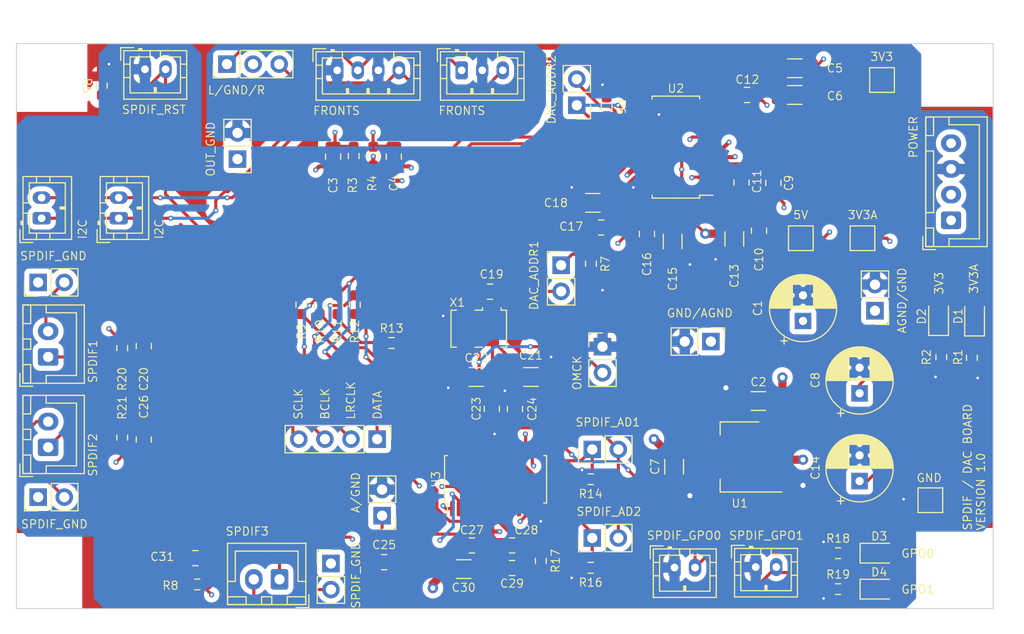
<source format=kicad_pcb>
(kicad_pcb (version 20221018) (generator pcbnew)
  (layers (0 "F.Cu" signal) (1 "In1.Cu" signal) (2 "In2.Cu" signal) (31 "B.Cu" signal) (34 "B.Paste" user) (35 "F.Paste" user) (36 "B.SilkS" user "B.Silkscreen") (37 "F.SilkS" user "F.Silkscreen") (38 "B.Mask" user) (39 "F.Mask" user) (44 "Edge.Cuts" user))
  (net 0 "")
  (net 1 "AGND")
  (net 6 "GND")
  (net 7 "I2S_DATA")
  (net 8 "I2S_LRCLK")
  (net 9 "I2S_BCLK")
  (net 10 "I2S_SCLK")
  (net 11 "SCL")
  (net 12 "SDA")
  (net 13 "3V3")
  (net 14 "SPDIF3_IN")
  (net 15 "SPDIF3_GND")
  (net 16 "3V3A")
  (net 17 "RESET")
  (net 18 "SPDIF1_IN")
  (net 19 "SPDIF1_GND")
  (net 20 "SPDIF2_IN")
  (net 21 "SPDIF2_GND")
  (net 22 "5V")
  (net 23 "GPO0")
  (net 24 "OMCK")
  (net 25 "OUTL")
  (net 26 "OUTR")
  (net 27 "Net-(U2-OUTR)")
  (net 28 "Net-(U2-OUTL)")
  (net 29 "Net-(U2-VCOM{slash}DEMP)")
  (net 30 "Net-(U2-CAPP)")
  (net 31 "Net-(U2-CAPM)")
  (net 32 "Net-(U2-VNEG)")
  (net 33 "Net-(U2-LDOO)")
  (net 34 "AGND_OUT")
  (net 35 "Net-(D1-K)")
  (net 36 "Net-(D2-K)")
  (net 37 "Net-(D3-K)")
  (net 38 "Net-(D4-K)")
  (net 39 "GPO1")
  (net 40 "Net-(U3-RXP0)")
  (net 41 "Net-(U3-RXN)")
  (net 42 "Net-(U3-RXP1)")
  (net 43 "Net-(U3-FILT)")
  (net 44 "Net-(C29-Pad2)")
  (net 46 "Net-(J11-Pin_1)")
  (net 47 "Net-(J12-Pin_1)")
  (net 48 "Net-(J15-Pin_1)")
  (net 49 "Net-(J18-Pin_1)")
  (net 50 "Net-(U3-RMCK)")
  (net 51 "Net-(U3-OSCLK)")
  (net 52 "Net-(U3-SDOUT)")
  (net 53 "Net-(U3-OLRCK)")
  (net 54 "Net-(U3-RXP2)")
  (footprint "Connector_PinHeader_2.54mm:PinHeader_1x02_P2.54mm_Vertical" (layer "F.Cu") (at 107.513748 116.755 180)
    (fp_text reference "J11" hide)
    (fp_text value "Conn_01x02_Pin")
  )
  (footprint "Capacitor_SMD:C_1206_3216Metric_Pad1.33x1.80mm_HandSolder" (layer "F.Cu") (at 109.076248 126.255 180)
    (fp_text reference "C18")
    (fp_text value "10u")
  )
  (footprint "LED_SMD:LED_0805_2012Metric_Pad1.15x1.40mm_HandSolder" (layer "F.Cu") (at 136.926248 160.355)
    (fp_text reference "D3")
    (fp_text value "BLUE")
  )
  (footprint "Connector_PinHeader_2.54mm:PinHeader_1x04_P2.54mm_Vertical" (layer "F.Cu") (at 88.093748 149.255 -90)
    (fp_text reference "J14" hide)
    (fp_text value "Conn_01x04_Pin")
  )
  (footprint "Capacitor_SMD:C_1206_3216Metric_Pad1.33x1.80mm_HandSolder" (layer "F.Cu") (at 122.833748 129.768748 -90)
    (fp_text reference "C13")
    (fp_text value "10u")
  )
  (footprint "Resistor_SMD:R_0603_1608Metric_Pad0.98x0.95mm_HandSolder" (layer "F.Cu") (at 142.965 141.283334 90)
    (fp_text reference "R2")
    (fp_text value "330R")
  )
  (footprint "Capacitor_SMD:C_1206_3216Metric_Pad1.33x1.80mm_HandSolder" (layer "F.Cu") (at 103.046248 143.205 180)
    (fp_text reference "C21")
    (fp_text value "10u")
  )
  (footprint "Connector_PinHeader_2.54mm:PinHeader_1x02_P2.54mm_Vertical" (layer "F.Cu") (at 110.013748 140.255)
    (fp_text reference "J13" hide)
    (fp_text value "Conn_01x02_Pin")
  )
  (footprint "Connector_PinHeader_2.54mm:PinHeader_1x03_P2.54mm_Vertical" (layer "F.Cu") (at 73.488748 112.755 90)
    (fp_text reference "J4" hide)
    (fp_text value "Conn_01x03_Pin")
  )
  (footprint "Capacitor_THT:CP_Radial_D6.3mm_P2.50mm" (layer "F.Cu") (at 135.013748 153.337379 90)
    (fp_text reference "C14")
    (fp_text value "220u")
  )
  (footprint "Capacitor_SMD:C_1206_3216Metric_Pad1.33x1.80mm_HandSolder" (layer "F.Cu") (at 97.746248 143.205)
    (fp_text reference "C22")
    (fp_text value "10u")
  )
  (footprint "Capacitor_SMD:C_1206_3216Metric_Pad1.33x1.80mm_HandSolder" (layer "F.Cu") (at 116.979036 151.944843 90)
    (fp_text reference "C7")
    (fp_text value "10u" hide)
  )
  (footprint "Capacitor_SMD:C_1206_3216Metric_Pad1.33x1.80mm_HandSolder" (layer "F.Cu") (at 125.179036 145.544843)
    (fp_text reference "C2")
    (fp_text value "10u")
  )
  (footprint "Connector_JST:JST_XH_B4B-XH-A_1x04_P2.50mm_Vertical" (layer "F.Cu") (at 143.913748 127.955 90)
    (fp_text reference "J6" hide)
    (fp_text value "CHANSEL" hide)
  )
  (footprint "Package_SO:TSSOP-28_4.4x9.7mm_P0.65mm" (layer "F.Cu") (at 99.61205 153.16811 90)
    (fp_text reference "U3")
    (fp_text value "CS8416-xZZ")
  )
  (footprint "Resistor_SMD:R_0603_1608Metric_Pad0.98x0.95mm_HandSolder" (layer "F.Cu") (at 110.413748 116.915 90)
    (fp_text reference "R6")
    (fp_text value "4.7K")
  )
  (footprint "Resistor_SMD:R_0603_1608Metric_Pad0.98x0.95mm_HandSolder" (layer "F.Cu") (at 85.813748 121.705 90)
    (fp_text reference "R3")
    (fp_text value "470R")
  )
  (footprint "Resistor_SMD:R_0603_1608Metric_Pad0.98x0.95mm_HandSolder" (layer "F.Cu") (at 108.863748 161.78 180)
    (fp_text reference "R16")
    (fp_text value "47K")
  )
  (footprint "Package_TO_SOT_SMD:SOT-223-3_TabPin2" (layer "F.Cu") (at 123.365288 150.989843 180)
    (fp_text reference "U1")
    (fp_text value "ZLDO1117QG33TA")
  )
  (footprint "Capacitor_SMD:C_1206_3216Metric_Pad1.33x1.80mm_HandSolder" (layer "F.Cu") (at 128.713748 113.155 180)
    (fp_text reference "C5")
    (fp_text value "10u")
  )
  (footprint "Capacitor_SMD:C_0805_2012Metric_Pad1.18x1.45mm_HandSolder" (layer "F.Cu") (at 70.4175 160.84)
    (fp_text reference "C31")
    (fp_text value "0.01u")
  )
  (footprint "LED_SMD:LED_0805_2012Metric_Pad1.15x1.40mm_HandSolder" (layer "F.Cu") (at 146.2 137.35 90)
    (fp_text reference "D1")
    (fp_text value "BLUE")
  )
  (footprint "Capacitor_SMD:C_0805_2012Metric_Pad1.18x1.45mm_HandSolder" (layer "F.Cu") (at 101.213748 161.805)
    (fp_text reference "C29")
    (fp_text value "22n C0G")
  )
  (footprint "Resistor_SMD:R_0603_1608Metric_Pad0.98x0.95mm_HandSolder" (layer "F.Cu") (at 145.935 141.333333 90)
    (fp_text reference "R1")
    (fp_text value "75R")
  )
  (footprint "Resistor_SMD:R_0603_1608Metric_Pad0.98x0.95mm_HandSolder" (layer "F.Cu") (at 80.723748 136.1675 90)
    (fp_text reference "R9")
    (fp_text value "22R")
  )
  (footprint "Connector_JST:JST_PH_B4B-PH-K_1x04_P2.00mm_Vertical" (layer "F.Cu") (at 84.213748 113.355)
    (fp_text reference "J1" hide)
    (fp_text value "Conn_01x04_Pin")
  )
  (footprint "Package_SO:TSSOP-28_4.4x9.7mm_P0.65mm" (layer "F.Cu") (at 117.151248 120.83 180)
    (fp_text reference "U2")
    (fp_text value "PCM5142PWR")
  )
  (footprint "Resistor_SMD:R_0603_1608Metric_Pad0.98x0.95mm_HandSolder" (layer "F.Cu") (at 89.5 139.9)
    (fp_text reference "R13")
    (fp_text value "47K")
  )
  (footprint "Resistor_SMD:R_0603_1608Metric_Pad0.98x0.95mm_HandSolder" (layer "F.Cu") (at 85.923748 136.1675 90)
    (fp_text reference "R12")
    (fp_text value "22R")
  )
  (footprint "Connector_PinHeader_2.54mm:PinHeader_1x02_P2.54mm_Vertical" (layer "F.Cu") (at 74.513748 121.995 180)
    (fp_text reference "J3" hide)
    (fp_text value "Conn_01x02_Pin")
  )
  (footprint "Resistor_SMD:R_0603_1608Metric_Pad0.98x0.95mm_HandSolder" (layer "F.Cu") (at 61.313748 114.855 90)
    (fp_text reference "R5")
    (fp_text value "4.7K")
  )
  (footprint "Resistor_SMD:R_0603_1608Metric_Pad0.98x0.95mm_HandSolder" (layer "F.Cu") (at 63.3 149.1 90)
    (fp_text reference "R21")
    (fp_text value "75R")
  )
  (footprint "Connector_JST:JST_XH_B2B-XH-A_1x02_P2.50mm_Vertical" (layer "F.Cu") (at 56.1 141.255 90)
    (fp_text reference "J16" hide)
    (fp_text value "Conn_01x02_Pin" hide)
  )
  (footprint "Capacitor_SMD:C_0805_2012Metric" (layer "F.Cu") (at 123.533748 124.268748 90)
    (fp_text reference "C11")
    (fp_text value "2.2u 25V")
  )
  (footprint "MountingHole:MountingHole_3.2mm_M3" (layer "F.Cu") (at 145.513748 113.255)
    (fp_text reference "H2" hide)
    (fp_text value "MountingHole" hide)
  )
  (footprint "Connector_PinHeader_2.54mm:PinHeader_1x02_P2.54mm_Vertical" (layer "F.Cu") (at 136.513748 136.755 180)
    (fp_text reference "J8" hide)
    (fp_text value "Conn_01x02_Pin")
  )
  (footprint "Capacitor_SMD:C_0805_2012Metric" (layer "F.Cu") (at 114.333748 129.281248 90)
    (fp_text reference "C16")
    (fp_text value "0.01u")
  )
  (footprint "Resistor_SMD:R_0603_1608Metric_Pad0.98x0.95mm_HandSolder" (layer "F.Cu") (at 132.926248 160.355)
    (fp_text reference "R18")
    (fp_text value "75R")
  )
  (footprint "TestPoint:TestPoint_Pad_2.0x2.0mm" (layer "F.Cu") (at 129.3 129.7)
    (fp_text reference "TP2" hide)
    (fp_text value "TestPoint")
  )
  (footprint "Capacitor_SMD:C_0805_2012Metric" (layer "F.Cu") (at 124.063748 115.755 180)
    (fp_text reference "C12")
    (fp_text value "0.01u")
  )
  (footprint "Connector_PinHeader_2.54mm:PinHeader_1x02_P2.54mm_Vertical" (layer "F.Cu") (at 88.576248 156.705 180)
    (fp_text reference "J17" hide)
    (fp_text value "Conn_01x02_Pin")
  )
  (footprint "TestPoint:TestPoint_Pad_2.0x2.0mm" (layer "F.Cu") (at 141.9 155.2)
    (fp_text reference "TP4" hide)
    (fp_text value "TestPoint")
  )
  (footprint "Capacitor_SMD:C_0805_2012Metric" (layer "F.Cu") (at 126.633748 124.318748 90)
    (fp_text reference "C9")
    (fp_text value "2.2u 25V")
  )
  (footprint "Connector_PinHeader_2.54mm:PinHeader_1x02_P2.54mm_Vertical" (layer "F.Cu") (at 109.013748 158.88 90)
    (fp_text reference "J18" hide)
    (fp_text value "Conn_01x02_Pin")
  )
  (footprint "Resistor_SMD:R_0603_1608Metric_Pad0.98x0.95mm_HandSolder" (layer "F.Cu") (at 108.863748 153.155 180)
    (fp_text reference "R14")
    (fp_text value "47K")
  )
  (footprint "Resistor_SMD:R_0603_1608Metric_Pad0.98x0.95mm_HandSolder" (layer "F.Cu") (at 82.513748 136.1675 90)
    (fp_text reference "R10")
    (fp_text value "22R")
  )
  (footprint "Connector_JST:JST_XH_B2B-XH-A_1x02_P2.50mm_Vertical" (layer "F.Cu") (at 78.6 162.9 180)
    (fp_text reference "J24" hide)
    (fp_text value "Conn_01x02_Pin")
  )
  (footprint "Resistor_SMD:R_0603_1608Metric_Pad0.98x0.95mm_HandSolder" (layer "F.Cu") (at 132.926248 163.855)
    (fp_text reference "R19")
    (fp_text value "330R")
  )
  (footprint "Capacitor_SMD:C_1206_3216Metric_Pad1.33x1.80mm_HandSolder" (layer "F.Cu") (at 96.513748 161.905)
    (fp_text reference "C30")
    (fp_text value "10u")
  )
  (footprint "Connector_JST:JST_PH_B2B-PH-K_1x02_P2.00mm_Vertical" (layer "F.Cu") (at 55.463748 127.755 90)
    (fp_text reference "J7" hide)
    (fp_text value "Conn_01x02_Male")
  )
  (footprint "Capacitor_SMD:C_0805_2012Metric" (layer "F.Cu") (at 101.4958 146.31811 -90)
    (fp_text reference "C24")
    (fp_text value "0.01u")
  )
  (footprint "Capacitor_SMD:C_0805_2012Metric" (layer "F.Cu") (at 99.246248 146.305 -90)
    (fp_text reference "C23")
    (fp_text value "0.01u")
  )
  (footprint "TestPoint:TestPoint_Pad_2.0x2.0mm" (layer "F.Cu") (at 137.2 114.3)
    (fp_text reference "TP1" hide)
    (fp_text value "TestPoint")
  )
  (footprint "Capacitor_SMD:C_0805_2012Metric_Pad1.18x1.45mm_HandSolder" (layer "F.Cu") (at 101.213748 159.605)
    (fp_text reference "C28")
    (fp_text value "1n C0G")
  )
  (footprint "Capacitor_SMD:C_0805_2012Metric" (layer "F.Cu") (at 83.813748 121.755 90)
    (fp_text reference "C3")
    (fp_text value "2.2n C0G 50V")
  )
  (footprint "Connector_PinHeader_2.54mm:PinHeader_1x02_P2.54mm_Vertical" (layer "F.Cu") (at 109.013748 150.255 90)
    (fp_text reference "J15" hide)
    (fp_text value "Conn_01x02_Pin")
  )
  (footprint "Resistor_SMD:R_0603_1608Metric_Pad0.98x0.95mm_HandSolder" (layer "F.Cu") (at 104.013748 161.105 -90)
    (fp_text reference "R17")
    (fp_text value "3K")
  )
  (footprint "Capacitor_SMD:C_0805_2012Metric_Pad1.18x1.45mm_HandSolder" (layer "F.Cu") (at 88.776248 161.23)
    (fp_text reference "C25")
    (fp_text value "0.01u")
  )
  (footprint "Resistor_SMD:R_0603_1608Metric_Pad0.98x0.95mm_HandSolder" (layer "F.Cu") (at 84.223748 136.1675 90)
    (fp_text reference "R11")
    (fp_text value "22R")
  )
  (footprint "Capacitor_SMD:C_1206_3216Metric_Pad1.33x1.80mm_HandSolder" (layer "F.Cu") (at 128.713748 115.755 180)
    (fp_text reference "C6")
    (fp_text value "10u")
  )
  (footprint "Capacitor_SMD:C_0805_2012Metric" (layer "F.Cu") (at 97.313748 159.605 180)
    (fp_text reference "C27")
    (fp_text value "0.01u")
  )
  (footprint "LED_SMD:LED_0805_2012Metric_Pad1.15x1.40mm_HandSolder" (layer "F.Cu") (at 136.926248 163.855)
    (fp_text reference "D4")
    (fp_text value "YELLOW")
  )
  (footprint "Capacitor_SMD:C_0805_2012Metric" (layer "F.Cu") (at 109.876248 128.655)
    (fp_text reference "C17")
    (fp_text value "0.01u")
  )
  (footprint "Connector_PinHeader_2.54mm:PinHeader_1x02_P2.54mm_Vertical" (layer "F.Cu") (at 105.988748 132.33)
    (fp_text reference "J12" hide)
    (fp_text value "Conn_01x02_Pin")
  )
  (footprint "Connector_PinHeader_2.54mm:PinHeader_1x02_P2.54mm_Vertical" (layer "F.Cu") (at 120.553748 139.755 -90)
    (fp_text reference "J9" hide)
    (fp_text value "Conn_01x02_Pin")
  )
  (footprint "Resistor_SMD:R_0603_1608Metric_Pad0.98x0.95mm_HandSolder" (layer "F.Cu") (at 63.3 140.4 90)
    (fp_text reference "R20")
    (fp_text value "75R")
  )
  (footprint "Capacitor_THT:CP_Radial_D6.3mm_P2.50mm" (layer "F.Cu") (at 135.013748 144.796189 90)
    (fp_text reference "C8")
    (fp_text value "220u")
  )
  (footprint "LED_SMD:LED_0805_2012Metric_Pad1.15x1.40mm_HandSolder" (layer "F.Cu") (at 142.7 137.3 90)
    (fp_text reference "D2")
    (fp_text value "YELLOW")
  )
  (footprint "Connector_JST:JST_XH_B2B-XH-A_1x02_P2.50mm_Vertical" (layer "F.Cu") (at 56.1 150.05 90)
    (fp_text reference "J20" hide)
    (fp_text value "Conn_01x02_Pin" hide)
  )
  (footprint "Connector_JST:JST_PH_B2B-PH-K_1x02_P2.00mm_Vertical" (layer "F.Cu") (at 124.913748 161.705)
    (fp_text reference "J22" hide)
    (fp_text value "Conn_01x02_Male")
  )
  (footprint "Connector_JST:JST_PH_B2B-PH-K_1x02_P2.00mm_Vertical" (layer "F.Cu") (at 65.513748 113.255)
    (fp_text reference "J10" hide)
    (fp_text value "Conn_01x02_Male")
  )
  (footprint "Capacitor_THT:CP_Radial_D6.3mm_P2.50mm" (layer "F.Cu") (at 129.513748 137.755 90)
    (fp_text reference "C1")
    (fp_text value "220u")
  )
  (footprint "Capacitor_SMD:C_0805_2012Metric" (layer "F.Cu") (at 125.233748 128.968748 90)
    (fp_text reference "C10")
    (fp_text value "0.01u")
  )
  (footprint "Capacitor_SMD:C_0805_2012Metric_Pad1.18x1.45mm_HandSolder" (layer "F.Cu") (at 65.4 149.3 -90)
    (fp_text reference "C26")
    (fp_text value "0.01u")
  )
  (footprint "Capacitor_SMD:C_1206_3216Metric_Pad1.33x1.80mm_HandSolder" (layer "F.Cu") (at 116.833748 130.018748 -90)
    (fp_text reference "C15")
    (fp_text value "10u")
  )
  (footprint "Oscillator:Oscillator_SMD_EuroQuartz_XO53-4Pin_5.0x3.2mm" (layer "F.Cu") (at 97.976248 138.505 180)
    (fp_text reference "X1")
    (fp_text value "DFA-S3")
  )
  (footprint "Capacitor_SMD:C_0805_2012Metric" (layer "F.Cu") (at 99.076248 134.905 180)
    (fp_text reference "C19")
    (fp_text value "0.01u")
  )
  (footprint "Resistor_SMD:R_0603_1608Metric_Pad0.98x0.95mm_HandSolder" (layer "F.Cu") (at 87.713748 121.705 90)
    (fp_text reference "R4")
    (fp_text value "470R")
  )
  (footprint "MountingHole:MountingHole_3.2mm_M3" (layer "F.Cu") (at 55.513748 113.255)
    (fp_text reference "H1" hide)
    (fp_text value "MountingHole" hide)
  )
  (footprint "Connector_PinHeader_2.54mm:PinHeader_1x02_P2.54mm_Vertical" (layer "F.Cu") (at 55.125 154.9 90)
    (fp_text reference "J23" hide)
    (fp_text value "Conn_01x02_Pin")
  )
  (footprint "Connector_PinHeader_2.54mm:PinHeader_1x02_P2.54mm_Vertical" (layer "F.Cu") (at 83.6 161.36)
    (fp_text reference "J25" hide)
    (fp_text value "Conn_01x02_Pin")
  )
  (footprint "Resistor_SMD:R_0603_1608Metric_Pad0.98x0.95mm_HandSolder" (layer "F.Cu") (at 70.6 163.4)
    (fp_text reference "R8")
    (fp_text value "75R")
  )
  (footprint "Connector_PinHeader_2.54mm:PinHeader_1x02_P2.54mm_Vertical" (layer "F.Cu") (at 55.125 134 90)
    (fp_text reference "J19" hide)
    (fp_text value "Conn_01x02_Pin")
  )
  (footprint "Resistor_SMD:R_0603_1608Metric_Pad0.98x0.95mm_HandSolder" (layer "F.Cu") (at 108.888748 132.1825 -90)
    (fp_text reference "R7")
    (fp_text value "4.7K")
  )
  (footprint "Connector_JST:JST_PH_B3B-PH-K_1x03_P2.00mm_Vertical" (layer "F.Cu") (at 96.313748 113.355)
    (fp_text reference "J2" hide)
    (fp_text value "Conn_01x03_Pin")
  )
  (footprint "Connector_JST:JST_PH_B2B-PH-K_1x02_P2.00mm_Vertical" (layer "F.Cu") (at 62.963748 127.755 90)
    (fp_text reference "J5" hide)
    (fp_text value "Conn_01x02_Male" hide)
  )
  (footprint "TestPoint:TestPoint_Pad_2.0x2.0mm" (layer "F.Cu") (at 135.3 129.7)
    (fp_text reference "TP3" hide)
    (fp_text value "TestPoint")
  )
  (footprint "Connector_JST:JST_PH_B2B-PH-K_1x02_P2.00mm_Vertical" (layer "F.Cu") (at 117.013748 161.755)
    (fp_text reference "J21" hide)
    (fp_text value "Conn_01x02_Male")
  )
  (footprint "Capacitor_SMD:C_0805_2012Metric" (layer "F.Cu") (at 89.713748 121.755 90)
    (fp_text reference "C4")
    (fp_text value "2.2n C0G 50V")
  )
  (footprint "Capacitor_SMD:C_0805_2012Metric_Pad1.18x1.45mm_HandSolder" (layer "F.Cu") (at 65.4 140.2 90)
    (fp_text reference "C20")
    (fp_text value "0.01u")
  )
  (footprint "MountingHole:MountingHole_3.2mm_M3" (layer "F.Cu") (at 145.513748 163.255)
    (fp_text reference "H4" hide)
    (fp_text value "MountingHole" hide)
  )
  (footprint "MountingHole:MountingHole_3.2mm_M3" (layer "F.Cu") (at 55.513748 163.255)
    (fp_text reference "H3" hide)
    (fp_text value "MountingHole" hide)
  )
  (gr_line (start 53.013748 110.755) (end 148.013748 110.755) (stroke (width 0.1)) (layer "Edge.Cuts"))
  (gr_line (start 148.013748 110.755) (end 148.013748 165.755) (stroke (width 0.1)) (layer "Edge.Cuts"))
  (gr_line (start 53.013748 165.755) (end 148.013748 165.755) (stroke (width 0.1)) (layer "Edge.Cuts"))
  (gr_line (start 53.013748 165.755) (end 53.013748 110.755) (stroke (width 0.1)) (layer "Edge.Cuts"))
  (gr_text "AGND/GND" (at 139.613748 139.03 90) (layer "F.SilkS") (effects (font (size 0.8 0.8) (thickness 0.1) bold) (justify left bottom)))
  (gr_text "3V3A" (at 133.8 127.9) (layer "F.SilkS") (effects (font (size 0.8 0.8) (thickness 0.1) bold) (justify left bottom)))
  (gr_text "DAC_ADDR2" (at 105.513748 118.655 90) (layer "F.SilkS") (effects (font (size 0.8 0.8) (thickness 0.1) bold) (justify left bottom)))
  (gr_text "A/GND" (at 86.476248 156.5 90) (layer "F.SilkS") (effects (font (size 0.8 0.8) (thickness 0.1) bold) (justify left bottom)))
  (gr_text "SPDIF_AD2" (at 107.426248 156.78) (layer "F.SilkS") (effects (font (size 0.8 0.8) (thickness 0.1) bold) (justify left bottom)))
  (gr_text "SPDIF_GPO0" (at 114.263748 159.105) (layer "F.SilkS") (effects (font (size 0.8 0.8) (thickness 0.1) bold) (justify left bottom)))
  (gr_text "LRCLK" (at 86 147.4 90) (layer "F.SilkS") (effects (font (size 0.8 0.8) (thickness 0.1) bold) (justify left bottom)))
  (gr_text "SPDIF1" (at 60.913748 143.855 90) (layer "F.SilkS") (effects (font (size 0.8 0.8) (thickness 0.1) bold) (justify left bottom)))
  (gr_text "SPDIF_GPO1" (at 122.263748 159.105) (layer "F.SilkS") (effects (font (size 0.8 0.8) (thickness 0.1) bold) (justify left bottom)))
  (gr_text "SPDIF_AD1" (at 107.326248 148.08) (layer "F.SilkS") (effects (font (size 0.8 0.8) (thickness 0.1) bold) (justify left bottom)))
  (gr_text "GND" (at 140.5 153.5) (layer "F.SilkS") (effects (font (size 0.8 0.8) (thickness 0.1) bold) (justify left bottom)))
  (gr_text "SPDIF / DAC BOARD\nVERSION 1.0" (at 147.278748 158.2 90) (layer "F.SilkS") (effects (font (size 0.8 0.8) (thickness 0.1) bold) (justify left bottom)))
  (gr_text "SPDIF_GND" (at 86.5 165.8 90) (layer "F.SilkS") (effects (font (size 0.8 0.8) (thickness 0.1) bold) (justify left bottom)))
  (gr_text "FRONTS\n" (at 94.013748 117.755) (layer "F.SilkS") (effects (font (size 0.8 0.8) (thickness 0.1) bold) (justify left bottom)))
  (gr_text "L/GND/R" (at 71.568748 115.755) (layer "F.SilkS") (effects (font (size 0.8 0.8) (thickness 0.1) bold) (justify left bottom)))
  (gr_text "3V3" (at 143.215 135.255 90) (layer "F.SilkS") (effects (font (size 0.8 0.8) (thickness 0.1) bold) (justify left bottom)))
  (gr_text "SCLK\n" (at 80.9 147.4 90) (layer "F.SilkS") (effects (font (size 0.8 0.8) (thickness 0.1) bold) (justify left bottom)))
  (gr_text "SPDIF_RST" (at 63.213748 117.655) (layer "F.SilkS") (effects (font (size 0.8 0.8) (thickness 0.1) bold) (justify left bottom)))
  (gr_text "GND/AGND" (at 116.213748 137.455) (layer "F.SilkS") (effects (font (size 0.8 0.8) (thickness 0.1) bold) (justify left bottom)))
  (gr_text "5V" (at 128.5 127.9) (layer "F.SilkS") (effects (font (size 0.8 0.8) (thickness 0.1) bold) (justify left bottom)))
  (gr_text "GPO0\n" (at 139.013748 160.855) (layer "F.SilkS") (effects (font (size 0.8 0.8) (thickness 0.1) bold) (justify left bottom)))
  (gr_text "DAC_ADDR1" (at 103.813748 136.755 90) (layer "F.SilkS") (effects (font (size 0.8 0.8) (thickness 0.1) bold) (justify left bottom)))
  (gr_text "OMCK" (at 108.013748 144.545 90) (layer "F.SilkS") (effects (font (size 0.8 0.8) (thickness 0.1) bold) (justify left bottom)))
  (gr_text "SPDIF_GND" (at 53.3 131.9) (layer "F.SilkS") (effects (font (size 0.8 0.8) (thickness 0.1) bold) (justify left bottom)))
  (gr_text "3V3" (at 136 112.5) (layer "F.SilkS") (effects (font (size 0.8 0.8) (thickness 0.1) bold) (justify left bottom)))
  (gr_text "SPDIF_GND" (at 53.4 158) (layer "F.SilkS") (effects (font (size 0.8 0.8) (thickness 0.1) bold) (justify left bottom)))
  (gr_text "DATA" (at 88.6 147.4 90) (layer "F.SilkS") (effects (font (size 0.8 0.8) (thickness 0.1) bold) (justify left bottom)))
  (gr_text "OUT_GND" (at 72.363748 123.755 90) (layer "F.SilkS") (effects (font (size 0.8 0.8) (thickness 0.1) bold) (justify left bottom)))
  (gr_text "FRONTS" (at 81.813748 117.755) (layer "F.SilkS") (effects (font (size 0.8 0.8) (thickness 0.1) bold) (justify left bottom)))
  (gr_text "GPO1\n" (at 139.013748 164.355) (layer "F.SilkS") (effects (font (size 0.8 0.8) (thickness 0.1) bold) (justify left bottom)))
  (gr_text "BCLK" (at 83.5 147.4 90) (layer "F.SilkS") (effects (font (size 0.8 0.8) (thickness 0.1) bold) (justify left bottom)))
  (gr_text "SPDIF2" (at 60.913748 152.95 90) (layer "F.SilkS") (effects (font (size 0.8 0.8) (thickness 0.1) bold) (justify left bottom)))
  (gr_text "POWER" (at 140.713748 121.955 90) (layer "F.SilkS") (effects (font (size 0.8 0.8) (thickness 0.1) bold) (justify left bottom)))
  (gr_text "I2C" (at 67.363748 129.855 90) (layer "F.SilkS") (effects (font (size 0.8 0.8) (thickness 0.1) bold) (justify left bottom)))
  (gr_text "SPDIF3" (at 73.3 158.7) (layer "F.SilkS") (effects (font (size 0.8 0.8) (thickness 0.1) bold) (justify left bottom)))
  (gr_text "3V3A" (at 146.6 135.175 90) (layer "F.SilkS") (effects (font (size 0.8 0.8) (thickness 0.1) bold) (justify left bottom)))
  (gr_text "I2C" (at 59.913748 129.855 90) (layer "F.SilkS") (effects (font (size 0.8 0.8) (thickness 0.1) bold) (justify left bottom)))
  (segment (start 130.276248 115.755) (end 130.276248 113.155) (width 0.3) (layer "F.Cu") (net 1))
  (segment (start 83.813748 122.705) (end 82.463748 122.705) (width 0.4) (layer "F.Cu") (net 1))
  (segment (start 95.38705 156.01811) (end 94.776858 156.01811) (width 0.3) (layer "F.Cu") (net 1))
  (segment (start 98.263748 159.605) (end 98.263748 161.7175) (width 0.4) (layer "F.Cu") (net 1))
  (segment (start 88.576248 156.705) (end 88.576248 160.3925) (width 0.3) (layer "F.Cu") (net 1))
  (segment (start 99.28705 158.581698) (end 98.263748 159.605) (width 0.4) (layer "F.Cu") (net 1))
  (segment (start 118.745 123.755) (end 118.7 123.8) (width 0.3) (layer "F.Cu") (net 1))
  (segment (start 130.613748 113.155) (end 131.513748 112.255) (width 0.3) (layer "F.Cu") (net 1))
  (segment (start 89.713748 122.705) (end 91.263748 122.705) (width 0.4) (layer "F.Cu") (net 1))
  (segment (start 63.3 150.9) (end 62.7 151.5) (width 0.3) (layer "F.Cu") (net 1))
  (segment (start 71.5125 163.4) (end 71.5125 163.9125) (width 0.3) (layer "F.Cu") (net 1))
  (segment (start 118.738748 119.855) (end 118.513748 120.08) (width 0.3) (layer "F.Cu") (net 1))
  (segment (start 91.263748 122.705) (end 91.413748 122.855) (width 0.4) (layer "F.Cu") (net 1))
  (segment (start 120.013748 119.855) (end 118.738748 119.855) (width 0.3) (layer "F.Cu") (net 1))
  (segment (start 126.633748 125.268748) (end 127.664949 126.299949) (width 0.3) (layer "F.Cu") (net 1))
  (segment (start 99.28705 156.01811) (end 99.28705 158.255) (width 0.4) (layer "F.Cu") (net 1))
  (segment (start 120.013748 123.755) (end 118.745 123.755) (width 0.3) (layer "F.Cu") (net 1))
  (segment (start 71.5125 163.9125) (end 72 164.4) (width 0.3) (layer "F.Cu") (net 1))
  (segment (start 127.664949 126.299949) (end 127.664949 126.709865) (width 0.3) (layer "F.Cu") (net 1))
  (segment (start 99.28705 158.255) (end 99.28705 158.581698) (width 0.4) (layer "F.Cu") (net 1))
  (segment (start 82.463748 122.705) (end 82.113748 123.055) (width 0.4) (layer "F.Cu") (net 1))
  (segment (start 63.3 150.0125) (end 63.3 150.9) (width 0.3) (layer "F.Cu") (net 1))
  (segment (start 102.53705 156.01811) (end 102.53705 156.731698) (width 0.3) (layer "F.Cu") (net 1))
  (segment (start 99.28705 158.715802) (end 100.176248 159.605) (width 0.4) (layer "F.Cu") (net 1))
  (segment (start 99.28705 158.255) (end 100.013748 158.255) (width 0.4) (layer "F.Cu") (net 1))
  (segment (start 103.18705 156.01811) (end 102.53705 156.01811) (width 0.3) (layer "F.Cu") (net 1))
  (segment (start 88.576248 160.3925) (end 87.738748 161.23) (width 0.3) (layer "F.Cu") (net 1))
  (segment (start 101.23705 156.01811) (end 101.88705 156.01811) (width 0.3) (layer "F.Cu") (net 1))
  (segment (start 102.53705 156.731698) (end 102.013748 157.255) (width 0.3) (layer "F.Cu") (net 1))
  (segment (start 62.9875 139.4875) (end 62 138.5) (width 0.3) (layer "F.Cu") (net 1))
  (segment (start 94.776858 156.01811) (end 94.50302 155.744272) (width 0.3) (layer "F.Cu") (net 1))
  (segment (start 100.176248 159.605) (end 100.176248 161.805) (width 0.4) (layer "F.Cu") (net 1))
  (segment (start 99.28705 158.255) (end 99.28705 158.715802) (width 0.4) (layer "F.Cu") (net 1))
  (segment (start 125.013748 115.755) (end 126.013748 116.755) (width 0.3) (layer "F.Cu") (net 1))
  (segment (start 101.88705 156.01811) (end 102.53705 156.01811) (width 0.3) (layer "F.Cu") (net 1))
  (via (at 126.013748 116.755) (size 0.5) (drill 0.25) (layers "F.Cu" "B.Cu") (net 1))
  (via (at 102.013748 157.255) (size 0.5) (drill 0.25) (layers "F.Cu" "B.Cu") (net 1))
  (via (at 82.113748 123.055) (size 0.5) (drill 0.25) (layers "F.Cu" "B.Cu") (net 1))
  (via (at 62.7 151.5) (size 0.5) (drill 0.25) (layers "F.Cu" "B.Cu") (net 1))
  (via (at 118.513748 120.08) (size 0.5) (drill 0.25) (layers "F.Cu" "B.Cu") (net 1))
  (via (at 127.664949 126.709865) (size 0.5) (drill 0.25) (layers "F.Cu" "B.Cu") (net 1))
  (via (at 91.413748 122.855) (size 0.5) (drill 0.25) (layers "F.Cu" "B.Cu") (net 1))
  (via (at 118.7 123.8) (size 0.5) (drill 0.25) (layers "F.Cu" "B.Cu") (net 1))
  (via (at 62 138.5) (size 0.5) (drill 0.25) (layers "F.Cu" "B.Cu") (net 1))
  (via (at 100.013748 158.255) (size 0.5) (drill 0.25) (layers "F.Cu" "B.Cu") (net 1))
  (via (at 131.513748 112.255) (size 0.5) (drill 0.25) (layers "F.Cu" "B.Cu") (net 1))
  (via (at 72 164.4) (size 0.5) (drill 0.25) (layers "F.Cu" "B.Cu") (net 1))
  (via (at 94.50302 155.744272) (size 0.5) (drill 0.25) (layers "F.Cu" "B.Cu") (net 1))
  (segment (start 103.83705 156.01811) (end 103.83705 157.078302) (width 0.3) (layer "F.Cu") (net 6))
  (segment (start 145.935 142.735) (end 146.5 143.3) (width 0.3) (layer "F.Cu") (net 6))
  (segment (start 139.4 155.2) (end 139.3 155.1) (width 0.3) (layer "F.Cu") (net 6))
  (segment (start 117.266091 153.507343) (end 118.513748 154.755) (width 0.8) (layer "F.Cu") (net 6))
  (segment (start 108.888748 133.095) (end 108.888748 133.63) (width 0.3) (layer "F.Cu") (net 6))
  (segment (start 99.28705 148.981698) (end 99.513748 148.755) (width 0.3) (layer "F.Cu") (net 6))
  (segment (start 117.839996 131.581248) (end 118.513748 132.255) (width 0.3) (layer "F.Cu") (net 6))
  (segment (start 107.951248 153.155) (end 107.951248 152.3175) (width 0.3) (layer "F.Cu") (net 6))
  (segment (start 113.363748 124.405) (end 113.013748 124.755) (width 0.3) (layer "F.Cu") (net 6))
  (segment (start 104.608748 141.66) (end 105.013748 141.255) (width 0.3) (layer "F.Cu") (net 6))
  (segment (start 99.246248 145.355) (end 100.513748 145.355) (width 0.3) (layer "F.Cu") (net 6))
  (segment (start 142.965 142.635) (end 142.4 143.2) (width 0.3) (layer "F.Cu") (net 6))
  (segment (start 125.233748 129.918748) (end 124.246248 129.918748) (width 0.3) (layer "F.Cu") (net 6))
  (segment (start 107.513748 125.255) (end 107.013748 124.755) (width 0.3) (layer "F.Cu") (net 6))
  (segment (start 132.013748 163.855) (end 132.013748 164.255) (width 0.3) (layer "F.Cu") (net 6))
  (segment (start 115.483748 130.231248) (end 116.833748 131.581248) (width 0.3) (layer "F.Cu") (net 6))
  (segment (start 115.244412 117.905) (end 115.494412 117.655) (width 0.3) (layer "F.Cu") (net 6))
  (segment (start 96.063748 143.205) (end 95.013748 144.255) (width 0.3) (layer "F.Cu") (net 6))
  (segment (start 99.28705 150.31811) (end 99.28705 148.981698) (width 0.3) (layer "F.Cu") (net 6))
  (segment (start 94.663748 137.405) (end 94.513748 137.255) (width 0.3) (layer "F.Cu") (net 6))
  (segment (start 122.833748 131.331248) (end 121.4375 131.331248) (width 0.3) (layer "F.Cu") (net 6))
  (segment (start 100.513748 145.355) (end 100.513748 144.555) (width 0.3) (layer "F.Cu") (net 6))
  (segment (start 132.013748 159.755) (end 131.513748 159.255) (width 0.3) (layer "F.Cu") (net 6))
  (segment (start 104.608748 143.205) (end 104.608748 141.66) (width 0.3) (layer "F.Cu") (net 6))
  (segment (start 100.513748 145.355) (end 101.48269 145.355) (width 0.3) (layer "F.Cu") (net 6))
  (segment (start 98.126248 134.905) (end 98.126248 135.985) (width 0.3) (layer "F.Cu") (net 6))
  (segment (start 110.413748 116.0025) (end 110.413748 115.155) (width 0.3) (layer "F.Cu") (net 6))
  (segment (start 108.926248 127.6675) (end 107.513748 126.255) (width 0.3) (layer "F.Cu") (net 6))
  (segment (start 110.413748 115.155) (end 110.013748 114.755) (width 0.3) (layer "F.Cu") (net 6))
  (segment (start 114.288748 124.405) (end 113.363748 124.405) (width 0.3) (layer "F.Cu") (net 6))
  (segment (start 145.935 142.245833) (end 145.935 142.735) (width 0.3) (layer "F.Cu") (net 6))
  (segment (start 126.515288 153.289843) (end 129.048591 153.289843) (width 0.8) (layer "F.Cu") (net 6))
  (segment (start 129.048591 153.289843) (end 129.513748 153.755) (width 0.8) (layer "F.Cu") (net 6))
  (segment (start 123.303591 145.544843) (end 122.013748 144.255) (width 0.8) (layer "F.Cu") (net 6))
  (segment (start 61.313748 113.455) (end 62.013748 112.755) (width 0.3) (layer "F.Cu") (net 6))
  (segment (start 96.706248 137.405) (end 94.663748 137.405) (width 0.3) (layer "F.Cu") (net 6))
  (segment (start 61.313748 113.9425) (end 61.313748 113.455) (width 0.3) (layer "F.Cu") (net 6))
  (segment (start 121.4375 131.331248) (end 121.013748 131.755) (width 0.3) (layer "F.Cu") (net 6))
  (segment (start 103.83705 157.078302) (end 104.013748 157.255) (width 0.3) (layer "F.Cu") (net 6))
  (segment (start 114.288748 117.905) (end 115.244412 117.905) (width 0.3) (layer "F.Cu") (net 6))
  (segment (start 98.126248 135.985) (end 96.706248 137.405) (width 0.3) (layer "F.Cu") (net 6))
  (segment (start 132.013748 164.255) (end 131.513748 164.755) (width 0.3) (layer "F.Cu") (net 6))
  (segment (start 141.9 155.2) (end 139.4 155.2) (width 0.3) (layer "F.Cu") (net 6))
  (segment (start 107.513748 126.255) (end 107.513748 125.255) (width 0.3) (layer "F.Cu") (net 6))
  (segment (start 142.965 142.195834) (end 142.965 142.635) (width 0.3) (layer "F.Cu") (net 6))
  (segment (start 116.833748 131.581248) (end 117.839996 131.581248) (width 0.3) (layer "F.Cu") (net 6))
  (segment (start 114.333748 130.231248) (end 115.483748 130.231248) (width 0.3) (layer "F.Cu") (net 6))
  (segment (start 107.951248 152.3175) (end 108.013748 152.255) (width 0.3) (layer "F.Cu") (net 6))
  (segment (start 132.013748 160.355) (end 132.013748 159.755) (width 0.3) (layer "F.Cu") (net 6))
  (segment (start 124.246248 129.918748) (end 122.833748 131.331248) (width 0.3) (layer "F.Cu") (net 6))
  (segment (start 107.951248 161.8175) (end 107.013748 162.755) (width 0.3) (layer "F.Cu") (net 6))
  (segment (start 108.888748 133.63) (end 110.013748 134.755) (width 0.3) (layer "F.Cu") (net 6))
  (segment (start 108.926248 128.655) (end 108.926248 127.6675) (width 0.3) (layer "F.Cu") (net 6))
  (segment (start 123.616536 145.544843) (end 123.303591 145.544843) (width 0.8) (layer "F.Cu") (net 6))
  (via (at 131.513748 159.255) (size 0.5) (drill 0.25) (layers "F.Cu" "B.Cu") (net 6))
  (via (at 100.513748 144.555) (size 0.5) (drill 0.25) (layers "F.Cu" "B.Cu") (net 6))
  (via (at 95.013748 144.255) (size 0.5) (drill 0.25) (layers "F.Cu" "B.Cu") (net 6))
  (via (at 94.513748 137.255) (size 0.5) (drill 0.25) (layers "F.Cu" "B.Cu") (net 6))
  (via (at 142.4 143.2) (size 0.5) (drill 0.25) (layers "F.Cu" "B.Cu") (net 6))
  (via (at 108.013748 152.255) (size 0.5) (drill 0.25) (layers "F.Cu" "B.Cu") (net 6))
  (via (at 110.013748 134.755) (size 0.5) (drill 0.25) (layers "F.Cu" "B.Cu") (net 6))
  (via (at 131.513748 164.755) (size 0.5) (drill 0.25) (layers "F.Cu" "B.Cu") (net 6))
  (via (at 104.013748 157.255) (size 0.5) (drill 0.25) (layers "F.Cu" "B.Cu") (net 6))
  (via (at 110.013748 114.755) (size 0.5) (drill 0.25) (layers "F.Cu" "B.Cu") (net 6))
  (via (at 122.013748 144.255) (size 1) (drill 0.5) (layers "F.Cu" "B.Cu") (net 6))
  (via (at 115.494412 117.655) (size 0.5) (drill 0.25) (layers "F.Cu" "B.Cu") (net 6))
  (via (at 99.513748 148.755) (size 0.5) (drill 0.25) (layers "F.Cu" "B.Cu") (net 6))
  (via (at 118.513748 154.755) (size 1) (drill 0.5) (layers "F.Cu" "B.Cu") (net 6))
  (via (at 118.513748 132.255) (size 0.5) (drill 0.25) (layers "F.Cu" "B.Cu") (net 6))
  (via (at 107.013748 162.755) (size 0.5) (drill 0.25) (layers "F.Cu" "B.Cu") (net 6))
  (via (at 113.013748 124.755) (size 0.5) (drill 0.25) (layers "F.Cu" "B.Cu") (net 6))
  (via (at 105.013748 141.255) (size 0.5) (drill 0.25) (layers "F.Cu" "B.Cu") (net 6))
  (via (at 62.013748 112.755) (size 0.5) (drill 0.25) (layers "F.Cu" "B.Cu") (net 6))
  (via (at 129.513748 153.755) (size 1) (drill 0.5) (layers "F.Cu" "B.Cu") (net 6))
  (via (at 107.013748 124.755) (size 0.5) (drill 0.25) (layers "F.Cu" "B.Cu") (net 6))
  (via (at 121.013748 131.755) (size 0.5) (drill 0.25) (layers "F.Cu" "B.Cu") (net 6))
  (via (at 146.5 143.3) (size 0.5) (drill 0.25) (layers "F.Cu" "B.Cu") (net 6))
  (via (at 139.3 155.1) (size 0.5) (drill 0.25) (layers "F.Cu" "B.Cu") (net 6))
  (segment (start 114.288748 121.155) (end 98.323748 121.155) (width 0.3) (layer "F.Cu") (net 7))
  (segment (start 85.368748 134.11) (end 84.223748 135.255) (width 0.3) (layer "F.Cu") (net 7))
  (segment (start 98.323748 121.155) (end 85.368748 134.11) (width 0.3) (layer "F.Cu") (net 7))
  (segment (start 88.093748 145.835) (end 83.013748 140.755) (width 0.3) (layer "F.Cu") (net 7))
  (segment (start 88.093748 149.255) (end 88.093748 145.835) (width 0.3) (layer "F.Cu") (net 7))
  (via (at 85.368748 134.11) (size 0.5) (drill 0.25) (layers "F.Cu" "B.Cu") (net 7))
  (via (at 83.013748 140.755) (size 0.5) (drill 0.25) (layers "F.Cu" "B.Cu") (net 7))
  (segment (start 85.368748 138.4) (end 85.368748 134.11) (width 0.3) (layer "B.Cu") (net 7))
  (segment (start 83.013748 140.755) (end 85.368748 138.4) (width 0.3) (layer "B.Cu") (net 7))
  (segment (start 84.936248 136.2425) (end 85.923748 135.255) (width 0.3) (layer "F.Cu") (net 8))
  (segment (start 99.373748 121.805) (end 114.288748 121.805) (width 0.3) (layer "F.Cu") (net 8))
  (segment (start 85.923748 135.255) (end 99.373748 121.805) (width 0.3) (layer "F.Cu") (net 8))
  (segment (start 85.553748 149.255) (end 82.013748 145.715) (width 0.3) (layer "F.Cu") (net 8))
  (segment (start 83.526248 136.2425) (end 84.936248 136.2425) (width 0.3) (layer "F.Cu") (net 8))
  (segment (start 83.513748 136.255) (end 83.526248 136.2425) (width 0.3) (layer "F.Cu") (net 8))
  (segment (start 82.013748 145.715) (end 82.013748 139.255) (width 0.3) (layer "F.Cu") (net 8))
  (via (at 83.513748 136.255) (size 0.5) (drill 0.25) (layers "F.Cu" "B.Cu") (net 8))
  (via (at 82.013748 139.255) (size 0.5) (drill 0.25) (layers "F.Cu" "B.Cu") (net 8))
  (segment (start 82.013748 139.255) (end 83.513748 137.755) (width 0.3) (layer "B.Cu") (net 8))
  (segment (start 83.513748 137.755) (end 83.513748 136.255) (width 0.3) (layer "B.Cu") (net 8))
  (segment (start 81.013748 147.255) (end 81.013748 140.255) (width 0.3) (layer "F.Cu") (net 9))
  (segment (start 83.013748 149.255) (end 81.013748 147.255) (width 0.3) (layer "F.Cu") (net 9))
  (segment (start 97.263748 120.505) (end 114.288748 120.505) (width 0.3) (layer "F.Cu") (net 9))
  (segment (start 81.513748 136.255) (end 82.513748 135.255) (width 0.3) (layer "F.Cu") (net 9))
  (segment (start 82.513748 135.255) (end 97.263748 120.505) (width 0.3) (layer "F.Cu") (net 9))
  (via (at 81.513748 136.255) (size 0.5) (drill 0.25) (layers "F.Cu" "B.Cu") (net 9))
  (via (at 81.013748 140.255) (size 0.5) (drill 0.25) (layers "F.Cu" "B.Cu") (net 9))
  (segment (start 81.013748 136.755) (end 81.513748 136.255) (width 0.3) (layer "B.Cu") (net 9))
  (segment (start 81.013748 140.255) (end 81.013748 136.755) (width 0.3) (layer "B.Cu") (net 9))
  (segment (start 79.898748 136.08) (end 79.898748 148.68) (width 0.3) (layer "F.Cu") (net 10))
  (segment (start 81.117301 135.255) (end 80.723748 135.255) (width 0.3) (layer "F.Cu") (net 10))
  (segment (start 96.517301 119.855) (end 81.117301 135.255) (width 0.3) (layer "F.Cu") (net 10))
  (segment (start 79.898748 148.68) (end 80.473748 149.255) (width 0.3) (layer "F.Cu") (net 10))
  (segment (start 80.723748 135.255) (end 79.898748 136.08) (width 0.3) (layer "F.Cu") (net 10))
  (segment (start 114.288748 119.855) (end 96.517301 119.855) (width 0.3) (layer "F.Cu") (net 10))
  (segment (start 73.613748 125.155) (end 73.265219 125.155) (width 0.3) (layer "F.Cu") (net 11))
  (segment (start 103.513748 112.255) (end 98.013748 117.755) (width 0.3) (layer "F.Cu") (net 11))
  (segment (start 103.18705 151.728302) (end 103.313748 151.855) (width 0.3) (layer "F.Cu") (net 11))
  (segment (start 72.4 126.020219) (end 72.4 127) (width 0.3) (layer "F.Cu") (net 11))
  (segment (start 73.265219 125.155) (end 72.4 126.020219) (width 0.3) (layer "F.Cu") (net 11))
  (segment (start 103.18705 150.31811) (end 103.18705 151.728302) (width 0.3) (layer "F.Cu") (net 11))
  (segment (start 55.463748 127.755) (end 62.963748 127.755) (width 0.3) (layer "F.Cu") (net 11))
  (segment (start 98.013748 117.755) (end 81.013748 117.755) (width 0.3) (layer "F.Cu") (net 11))
  (segment (start 119.106687 117.905) (end 113.456687 112.255) (width 0.3) (layer "F.Cu") (net 11))
  (segment (start 68.013748 127.755) (end 62.963748 127.755) (width 0.3) (layer "F.Cu") (net 11))
  (segment (start 120.013748 117.905) (end 119.106687 117.905) (width 0.3) (layer "F.Cu") (net 11))
  (segment (start 113.456687 112.255) (end 103.513748 112.255) (width 0.3) (layer "F.Cu") (net 11))
  (segment (start 81.013748 117.755) (end 73.613748 125.155) (width 0.3) (layer "F.Cu") (net 11))
  (via (at 72.4 127) (size 0.5) (drill 0.25) (layers "F.Cu" "B.Cu") (net 11))
  (via (at 103.313748 151.855) (size 0.5) (drill 0.25) (layers "F.Cu" "B.Cu") (net 11))
  (via (at 68.013748 127.755) (size 0.5) (drill 0.25) (layers "F.Cu" "B.Cu") (net 11))
  (segment (start 71.645 127.755) (end 72.4 127) (width 0.3) (layer "B.Cu") (net 11))
  (segment (start 68.013748 127.755) (end 71.645 127.755) (width 0.3) (layer "B.Cu") (net 11))
  (segment (start 74.013748 125.755) (end 73.513748 125.755) (width 0.3) (layer "F.Cu") (net 12))
  (segment (start 81.513748 118.255) (end 74.013748 125.755) (width 0.3) (layer "F.Cu") (net 12))
  (segment (start 119.049581 118.555) (end 118.549581 118.055) (width 0.3) (layer "F.Cu") (net 12))
  (segment (start 55.463748 125.755) (end 62.963748 125.755) (width 0.3) (layer "F.Cu") (net 12))
  (segment (start 118.468917 118.055) (end 113.168917 112.755) (width 0.3) (layer "F.Cu") (net 12))
  (segment (start 102.53705 150.31811) (end 102.53705 148.778302) (width 0.3) (layer "F.Cu") (net 12))
  (segment (start 67.013748 125.755) (end 62.963748 125.755) (width 0.3) (layer "F.Cu") (net 12))
  (segment (start 104.013748 112.755) (end 98.513748 118.255) (width 0.3) (layer "F.Cu") (net 12))
  (segment (start 120.013748 118.555) (end 119.049581 118.555) (width 0.3) (layer "F.Cu") (net 12))
  (segment (start 102.53705 148.778302) (end 102.513748 148.755) (width 0.3) (layer "F.Cu") (net 12))
  (segment (start 98.513748 118.255) (end 81.513748 118.255) (width 0.3) (layer "F.Cu") (net 12))
  (segment (start 118.549581 118.055) (end 118.468917 118.055) (width 0.3) (layer "F.Cu") (net 12))
  (segment (start 113.168917 112.755) (end 104.013748 112.755) (width 0.3) (layer "F.Cu") (net 12))
  (via (at 73.513748 125.755) (size 0.5) (drill 0.25) (layers "F.Cu" "B.Cu") (net 12))
  (via (at 102.513748 148.755) (size 0.5) (drill 0.25) (layers "F.Cu" "B.Cu") (net 12))
  (via (at 67.013748 125.755) (size 0.5) (drill 0.25) (layers "F.Cu" "B.Cu") (net 12))
  (segment (start 73.513748 125.755) (end 67.013748 125.755) (width 0.3) (layer "B.Cu") (net 12))
  (segment (start 99.308748 143.205) (end 99.308748 139.6675) (width 0.3) (layer "F.Cu") (net 13))
  (segment (start 98.171248 146.18) (end 99.246248 147.255) (width 0.3) (layer "F.Cu") (net 13))
  (segment (start 105.988748 134.87) (end 100.061248 134.87) (width 0.3) (layer "F.Cu") (net 13))
  (segment (start 101.483748 141.8425) (end 99.246248 139.605) (width 0.3) (layer "F.Cu") (net 13))
  (segment (start 100.026248 136.625) (end 99.246248 137.405) (width 0.3) (layer "F.Cu") (net 13))
  (segment (start 101.4958 147.26811) (end 101.4958 147.76811) (width 0.3) (layer "F.Cu") (net 13))
  (segment (start 101.483748 143.205) (end 101.483748 141.8425) (width 0.3) (layer "F.Cu") (net 13))
  (segment (start 101.483748 143.782528) (end 102.5708 144.86958) (width 0.3) (layer "F.Cu") (net 13))
  (segment (start 99.246248 147.255) (end 98.63705 147.864198) (width 0.3) (layer "F.Cu") (net 13))
  (segment (start 100.026248 134.905) (end 100.026248 136.625) (width 0.3) (layer "F.Cu") (net 13))
  (segment (start 99.246248 137.405) (end 99.246248 139.605) (width 0.3) (layer "F.Cu") (net 13))
  (segment (start 114.288748 118.555) (end 112.4596 118.555) (width 0.3) (layer "F.Cu") (net 13))
  (segment (start 98.63705 147.864198) (end 98.63705 150.31811) (width 0.3) (layer "F.Cu") (net 13))
  (segment (start 115.026248 118.555) (end 115.376248 118.905) (width 0.3) (layer "F.Cu") (net 13))
  (segment (start 90.4125 139.9) (end 96.4825 133.83) (width 0.3) (layer "F.Cu") (net 13))
  (segment (start 112.4596 118.555) (end 110.7446 116.84) (width 0.3) (layer "F.Cu") (net 13))
  (segment (start 99.93705 149.32686) (end 99.93705 150.31811) (width 0.3) (layer "F.Cu") (net 13))
  (segment (start 110.7446 116.84) (end 109.793724 116.84) (width 0.3) (layer "F.Cu") (net 13))
  (segment (start 102.5708 146.19311) (end 101.4958 147.26811) (width 0.3) (layer "F.Cu") (net 13))
  (segment (start 98.951248 133.83) (end 100.026248 134.905) (width 0.3) (layer "F.Cu") (net 13))
  (segment (start 137.663748 129.7) (end 137.963748 130) (width 0.3) (layer "F.Cu") (net 13))
  (segment (start 114.333748 128.331248) (end 114.333748 125.1) (width 0.3) (layer "F.Cu") (net 13))
  (segment (start 109.793724 116.84) (end 107.513748 114.560024) (width 0.3) (layer "F.Cu") (net 13))
  (segment (start 142.7 136.275) (end 135.013748 143.961252) (width 0.3) (layer "F.Cu") (net 13))
  (segment (start 101.4958 147.76811) (end 99.93705 149.32686) (width 0.3) (layer "F.Cu") (net 13))
  (segment (start 113.3775 128.331248) (end 111.513748 130.195) (width 0.3) (layer "F.Cu") (net 13))
  (segment (start 102.5708 144.86958) (end 102.5708 146.19311) (width 0.3) (layer "F.Cu") (net 13))
  (segment (start 98.171248 144.3425) (end 98.171248 146.18) (width 0.3) (layer "F.Cu") (net 13))
  (segment (start 96.4825 133.83) (end 98.951248 133.83) (width 0.3) (layer "F.Cu") (net 13))
  (segment (start 114.333748 128.331248) (end 113.3775 128.331248) (width 0.3) (layer "F.Cu") (net 13))
  (segment (start 135.013748 143.961252) (end 135.013748 144.796189) (width 0.3) (layer "F.Cu") (net 13))
  (segment (start 114.288748 118.555) (end 115.026248 118.555) (width 0.3) (layer "F.Cu") (net 13))
  (segment (start 115.376248 118.905) (end 115.376248 124.691398) (width 0.3) (layer "F.Cu") (net 13))
  (segment (start 116.833748 128.456248) (end 114.458748 128.456248) (width 0.3) (layer "F.Cu") (net 13))
  (segment (start 115.012646 125.055) (end 114.288748 125.055) (width 0.3) (layer "F.Cu") (net 13))
  (segment (start 99.308748 143.205) (end 98.171248 144.3425) (width 0.3) (layer "F.Cu") (net 13))
  (segment (start 111.553748 150.255) (end 111.553748 158.88) (width 0.3) (layer "F.Cu") (net 13))
  (segment (start 115.376248 124.691398) (end 115.012646 125.055) (width 0.3) (layer "F.Cu") (net 13))
  (segment (start 106.168328 144.86958) (end 102.5708 144.86958) (width 0.3) (layer "F.Cu") (net 13))
  (segment (start 135.3 129.7) (end 137.663748 129.7) (width 0.3) (layer "F.Cu") (net 13))
  (segment (start 111.553748 150.255) (end 106.168328 144.86958) (width 0.3) (layer "F.Cu") (net 13))
  (via (at 137.963748 130) (size 0.5) (drill 0.25) (layers "F.Cu" "B.Cu") (net 13))
  (via (at 111.513748 130.195) (size 0.5) (drill 0.25) (layers "F.Cu" "B.Cu") (net 13))
  (segment (start 78.6 161.3) (end 78.6 162.9) (width 0.3) (layer "F.Cu") (net 14))
  (segment (start 78.14 160.84) (end 78.6 161.3) (width 0.3) (layer "F.Cu") (net 14))
  (segment (start 71.455 161.6325) (end 69.6875 163.4) (width 0.3) (layer "F.Cu") (net 14))
  (segment (start 71.455 160.84) (end 78.14 160.84) (width 0.3) (layer "F.Cu") (net 14))
  (segment (start 71.455 160.84) (end 71.455 161.6325) (width 0.3) (layer "F.Cu") (net 14))
  (segment (start 76.1 164.8) (end 76.1 162.9) (width 0.3) (layer "F.Cu") (net 15))
  (segment (start 83.6 163.9) (end 82 163.9) (width 0.3) (layer "F.Cu") (net 15))
  (segment (start 82 163.9) (end 80.9 165) (width 0.3) (layer "F.Cu") (net 15))
  (segment (start 76.4 165.1) (end 76.1 164.8) (width 0.3) (layer "F.Cu") (net 15))
  (segment (start 80.9 165) (end 76.5 165) (width 0.3) (layer "F.Cu") (net 15))
  (segment (start 76.5 165) (end 76.4 165.1) (width 0.3) (layer "F.Cu") (net 15))
  (segment (start 94.951248 161.905) (end 94.951248 161.0175) (width 0.4) (layer "F.Cu") (net 16))
  (segment (start 122.833748 128.206248) (end 125.046248 128.206248) (width 0.3) (layer "F.Cu") (net 16))
  (segment (start 127.8 118.2) (end 127.151248 117.551248) (width 0.3) (layer "F.Cu") (net 16))
  (segment (start 120.215288 150.989843) (end 117.586536 150.989843) (width 0.8) (layer "F.Cu") (net 16))
  (segment (start 123.113748 115.755) (end 122.013748 116.855) (width 0.3) (layer "F.Cu") (net 16))
  (segment (start 126.076248 114.68) (end 124.188748 114.68) (width 0.3) (layer "F.Cu") (net 16))
  (segment (start 116.141091 150.382343) (end 115.013748 149.255) (width 0.8) (layer "F.Cu") (net 16))
  (segment (start 122.833748 127.875) (end 120.013748 125.055) (width 0.3) (layer "F.Cu") (net 16))
  (segment (start 137.2 114.3) (end 133.3 118.2) (width 0.3) (layer "F.Cu") (net 16))
  (segment (start 122.013748 119.2425) (end 120.751248 120.505) (width 0.3) (layer "F.Cu") (net 16))
  (segment (start 127.151248 117.551248) (end 127.151248 115.755) (width 0.3) (layer "F.Cu") (net 16))
  (segment (start 117.586536 150.989843) (end 116.979036 150.382343) (width 0.8) (layer "F.Cu") (net 16))
  (segment (start 98.63705 157.331698) (end 98.63705 156.01811) (width 0.4) (layer "F.Cu") (net 16))
  (segment (start 120.013748 120.505) (end 119.276248 120.505) (width 0.3) (layer "F.Cu") (net 16))
  (segment (start 135.762621 153.337379) (end 135.013748 153.337379) (width 0.3) (layer "F.Cu") (net 16))
  (segment (start 112.863748 123.105) (end 112.413748 123.555) (width 0.5) (layer "F.Cu") (net 16))
  (segment (start 114.288748 123.105) (end 112.863748 123.105) (width 0.5) (layer "F.Cu") (net 16))
  (segment (start 120.013748 129.255) (end 121.784996 129.255) (width 0.8) (layer "F.Cu") (net 16))
  (segment (start 144.4 138.125) (end 144.4 144.7) (width 0.3) (layer "F.Cu") (net 16))
  (segment (start 119.276248 120.505) (end 117.713748 122.0675) (width 0.3) (layer "F.Cu") (net 16))
  (segment (start 116.979036 150.382343) (end 116.141091 150.382343) (width 0.8) (layer "F.Cu") (net 16))
  (segment (start 129.513748 151.255) (end 126.780445 151.255) (width 0.8) (layer "F.Cu") (net 16))
  (segment (start 124.188748 114.68) (end 123.113748 115.755) (width 0.3) (layer "F.Cu") (net 16))
  (segment (start 117.713748 122.0675) (end 117.713748 126.955) (width 0.3) (layer "F.Cu") (net 16))
  (segment (start 93.513748 163.3425) (end 94.951248 161.905) (width 0.8) (layer "F.Cu") (net 16))
  (segment (start 121.784996 129.255) (end 122.833748 128.206248) (width 0.8) (layer "F.Cu") (net 16))
  (segment (start 120.751248 120.505) (end 120.013748 120.505) (width 0.3) (layer "F.Cu") (net 16))
  (segment (start 117.713748 126.955) (end 120.013748 129.255) (width 0.3) (layer "F.Cu") (net 16))
  (segment (start 127.151248 115.755) (end 126.076248 114.68) (width 0.3) (layer "F.Cu") (net 16))
  (segment (start 126.515288 150.989843) (end 120.215288 150.989843) (width 0.8) (layer "F.Cu") (net 16))
  (segment (start 93.513748 163.755) (end 93.513748 163.3425) (width 0.8) (layer "F.Cu") (net 16))
  (segment (start 94.951248 161.0175) (end 96.363748 159.605) (width 0.4) (layer "F.Cu") (net 16))
  (segment (start 96.363748 159.605) (end 98.63705 157.331698) (width 0.4) (layer "F.Cu") (net 16))
  (segment (start 144.4 144.7) (end 135.762621 153.337379) (width 0.3) (layer "F.Cu") (net 16))
  (segment (start 122.013748 116.855) (end 122.013748 119.2425) (width 0.3) (layer "F.Cu") (net 16))
  (segment (start 146.2 136.325) (end 144.4 138.125) (width 0.3) (layer "F.Cu") (net 16))
  (segment (start 133.3 118.2) (end 127.8 118.2) (width 0.3) (layer "F.Cu") (net 16))
  (via (at 120.013748 129.255) (size 1) (drill 0.5) (layers "F.Cu" "B.Cu") (net 16))
  (via (at 112.413748 123.555) (size 0.5) (drill 0.25) (layers "F.Cu" "B.Cu") (net 16))
  (via (at 93.513748 163.755) (size 1) (drill 0.5) (layers "F.Cu" "B.Cu") (net 16))
  (via (at 129.513748 151.255) (size 1) (drill 0.5) (layers "F.Cu" "B.Cu") (net 16))
  (via (at 117.713748 123) (size 0.5) (drill 0.25) (layers "F.Cu" "B.Cu") (net 16))
  (via (at 115.013748 149.255) (size 1) (drill 0.5) (layers "F.Cu" "B.Cu") (net 16))
  (segment (start 100.58705 155.306712) (end 100.58705 156.01811) (width 0.3) (layer "F.Cu") (net 17))
  (segment (start 78.513748 150.255) (end 79.413748 151.155) (width 0.3) (layer "F.Cu") (net 17))
  (segment (start 61.313748 115.7675) (end 65.001248 115.7675) (width 0.3) (layer "F.Cu") (net 17))
  (segment (start 79.413748 151.155) (end 93.655 151.155) (width 0.3) (layer "F.Cu") (net 17))
  (segment (start 67.513748 125.406471) (end 71.862277 129.755) (width 0.3) (layer "F.Cu") (net 17))
  (segment (start 65.001248 115.7675) (end 67.513748 113.255) (width 0.3) (layer "F.Cu") (net 17))
  (segment (start 93.655 151.155) (end 96.1 153.6) (width 0.3) (layer "F.Cu") (net 17))
  (segment (start 67.513748 113.255) (end 67.513748 125.406471) (width 0.3) (layer "F.Cu") (net 17))
  (segment (start 71.862277 129.755) (end 76.013748 129.755) (width 0.3) (layer "F.Cu") (net 17))
  (segment (start 98.880338 153.6) (end 100.58705 155.306712) (width 0.3) (layer "F.Cu") (net 17))
  (segment (start 76.013748 129.755) (end 78.513748 132.255) (width 0.3) (layer "F.Cu") (net 17))
  (segment (start 78.513748 132.255) (end 78.513748 150.255) (width 0.3) (layer "F.Cu") (net 17))
  (segment (start 96.1 153.6) (end 98.880338 153.6) (width 0.3) (layer "F.Cu") (net 17))
  (segment (start 61.615 141.3125) (end 63.3 141.3125) (width 0.3) (layer "F.Cu") (net 18))
  (segment (start 65.4 141.2375) (end 63.375 141.2375) (width 0.3) (layer "F.Cu") (net 18))
  (segment (start 55.875 141.255) (end 61.5575 141.255) (width 0.3) (layer "F.Cu") (net 18))
  (segment (start 61.5575 141.255) (end 61.615 141.3125) (width 0.3) (layer "F.Cu") (net 18))
  (segment (start 57.665 134) (end 55.875 135.79) (width 0.3) (layer "F.Cu") (net 19))
  (segment (start 55.875 135.79) (end 55.875 138.755) (width 0.3) (layer "F.Cu") (net 19))
  (segment (start 65.4 148.2625) (end 63.375 148.2625) (width 0.3) (layer "F.Cu") (net 20))
  (segment (start 57.9625 148.1875) (end 56.1 150.05) (width 0.3) (layer "F.Cu") (net 20))
  (segment (start 63.3 148.1875) (end 57.9625 148.1875) (width 0.3) (layer "F.Cu") (net 20))
  (segment (start 55.875 147.55) (end 54.95 147.55) (width 0.3) (layer "F.Cu") (net 21))
  (segment (start 54.95 147.55) (end 54.2 148.3) (width 0.3) (layer "F.Cu") (net 21))
  (segment (start 54.2 148.3) (end 54.2 151.435) (width 0.3) (layer "F.Cu") (net 21))
  (segment (start 54.2 151.435) (end 57.665 154.9) (width 0.3) (layer "F.Cu") (net 21))
  (segment (start 129.3 129.7) (end 131.5 129.7) (width 0.3) (layer "F.Cu") (net 22))
  (segment (start 127.513748 144.772631) (end 126.741536 145.544843) (width 0.8) (layer "F.Cu") (net 22))
  (segment (start 126.741536 145.544843) (end 126.741536 148.463595) (width 0.8) (layer "F.Cu") (net 22))
  (segment (start 127.513748 143.255) (end 127.513748 144.772631) (width 0.8) (layer "F.Cu") (net 22))
  (segment (start 131.5 129.7) (end 132.1 129.1) (width 0.3) (layer "F.Cu") (net 22))
  (via (at 127.513748 143.255) (size 1) (drill 0.5) (layers "F.Cu" "B.Cu") (net 22))
  (via (at 132.1 129.1) (size 0.5) (drill 0.25) (layers "F.Cu" "B.Cu") (net 22))
  (segment (start 137.951248 160.355) (end 136.901248 161.405) (width 0.3) (layer "F.Cu") (net 23))
  (segment (start 119.013748 158.755) (end 112.513748 152.255) (width 0.3) (layer "F.Cu") (net 23))
  (segment (start 120.513748 160.255) (end 119.013748 161.755) (width 0.3) (layer "F.Cu") (net 23))
  (segment (start 136.901248 161.405) (end 130.163748 161.405) (width 0.3) (layer "F.Cu") (net 23))
  (segment (start 119.013748 161.755) (end 119.013748 158.755) (width 0.3) (layer "F.Cu") (net 23))
  (segment (start 130.163748 161.405) (end 129.013748 160.255) (width 0.3) (layer "F.Cu") (net 23))
  (segment (start 100.58705 149.51295) (end 100.58705 149.723134) (width 0.3) (layer "F.Cu") (net 23))
  (segment (start 107.013748 150.755) (end 104.413748 148.155) (width 0.3) (layer "F.Cu") (net 23))
  (segment (start 129.013748 160.255) (end 120.513748 160.255) (width 0.3) (layer "F.Cu") (net 23))
  (segment (start 101.945 148.155) (end 100.58705 149.51295) (width 0.3) (layer "F.Cu") (net 23))
  (segment (start 104.413748 148.155) (end 101.945 148.155) (width 0.3) (layer "F.Cu") (net 23))
  (via (at 107.013748 150.755) (size 0.5) (drill 0.25) (layers "F.Cu" "B.Cu") (net 23))
  (via (at 112.513748 152.255) (size 0.5) (drill 0.25) (layers "F.Cu" "B.Cu") (net 23))
  (segment (start 107.713748 151.455) (end 107.013748 150.755) (width 0.3) (layer "B.Cu") (net 23))
  (segment (start 111.713748 151.455) (end 107.713748 151.455) (width 0.3) (layer "B.Cu") (net 23))
  (segment (start 112.513748 152.255) (end 111.713748 151.455) (width 0.3) (layer "B.Cu") (net 23))
  (segment (start 98.013748 143.255) (end 97.33705 143.931698) (width 0.3) (layer "F.Cu") (net 24))
  (segment (start 110.013748 142.795) (end 107.473748 140.255) (width 0.3) (layer "F.Cu") (net 24))
  (segment (start 107.473748 140.255) (end 103.013748 140.255) (width 0.3) (layer "F.Cu") (net 24))
  (segment (start 97.33705 143.931698) (end 97.33705 150.31811) (width 0.3) (layer "F.Cu") (net 24))
  (segment (start 96.706248 139.605) (end 98.013748 140.9125) (width 0.3) (layer "F.Cu") (net 24))
  (segment (start 98.013748 141.755) (end 98.013748 143.255) (width 0.3) (layer "F.Cu") (net 24))
  (segment (start 98.013748 140.9125) (end 98.013748 141.755) (width 0.3) (layer "F.Cu") (net 24))
  (via (at 103.013748 140.255) (size 0.5) (drill 0.25) (layers "F.Cu" "B.Cu") (net 24))
  (via (at 98.013748 141.755) (size 0.5) (drill 0.25) (layers "F.Cu" "B.Cu") (net 24))
  (segment (start 103.013748 140.255) (end 99.513748 140.255) (width 0.3) (layer "B.Cu") (net 24))
  (segment (start 99.513748 140.255) (end 98.013748 141.755) (width 0.3) (layer "B.Cu") (net 24))
  (segment (start 94.458748 111.5) (end 96.313748 113.355) (width 0.3) (layer "F.Cu") (net 25))
  (segment (start 88.068748 111.5) (end 94.458748 111.5) (width 0.3) (layer "F.Cu") (net 25))
  (segment (start 83.958748 111.1) (end 86.213748 113.355) (width 0.3) (layer "F.Cu") (net 25))
  (segment (start 73.488748 112.755) (end 75.143748 111.1) (width 0.3) (layer "F.Cu") (net 25))
  (segment (start 86.213748 113.355) (end 88.068748 111.5) (width 0.3) (layer "F.Cu") (net 25))
  (segment (start 84 119.4) (end 84 120.618748) (width 0.3) (layer "F.Cu") (net 25))
  (segment (start 83.813748 120.805) (end 85.801248 120.805) (width 0.4) (layer "F.Cu") (net 25))
  (segment (start 75.143748 111.1) (end 83.958748 111.1) (width 0.3) (layer "F.Cu") (net 25))
  (via (at 84 119.4) (size 0.5) (drill 0.25) (layers "F.Cu" "B.Cu") (net 25))
  (segment (start 92.158748 115.3) (end 90.213748 113.355) (width 0.3) (layer "F.Cu") (net 26))
  (segment (start 87.7 119.4) (end 87.7 120.778752) (width 0.3) (layer "F.Cu") (net 26))
  (segment (start 98.368748 115.3) (end 92.158748 115.3) (width 0.3) (layer "F.Cu") (net 26))
  (segment (start 88.988748 114.58) (end 80.393748 114.58) (width 0.3) (layer "F.Cu") (net 26))
  (segment (start 100.313748 113.355) (end 98.368748 115.3) (width 0.3) (layer "F.Cu") (net 26))
  (segment (start 90.213748 113.355) (end 88.988748 114.58) (width 0.3) (layer "F.Cu") (net 26))
  (segment (start 87.713748 120.7925) (end 89.701248 120.7925) (width 0.4) (layer "F.Cu") (net 26))
  (segment (start 80.393748 114.58) (end 78.568748 112.755) (width 0.3) (layer "F.Cu") (net 26))
  (via (at 87.7 119.4) (size 0.5) (drill 0.25) (layers "F.Cu" "B.Cu") (net 26))
  (segment (start 121.513748 121.155) (end 122.313748 120.355) (width 0.4) (layer "F.Cu") (net 27))
  (segment (start 87.713748 121.738527) (end 87.713748 122.6175) (width 0.4) (layer "F.Cu") (net 27))
  (segment (start 87.722775 121.7295) (end 87.713748 121.738527) (width 0.4) (layer "F.Cu") (net 27))
  (segment (start 120.013748 121.155) (end 121.513748 121.155) (width 0.4) (layer "F.Cu") (net 27))
  (via (at 87.722775 121.7295) (size 0.5) (drill 0.25) (layers "F.Cu" "B.Cu") (net 27))
  (via (at 122.313748 120.355) (size 0.5) (drill 0.25) (layers "F.Cu" "B.Cu") (net 27))
  (segment (start 122.863748 121.805) (end 122.913748 121.755) (width 0.4) (layer "F.Cu") (net 28))
  (segment (start 120.013748 121.805) (end 122.863748 121.805) (width 0.4) (layer "F.Cu") (net 28))
  (segment (start 85.813748 122.6175) (end 87.296248 124.1) (width 0.4) (layer "F.Cu") (net 28))
  (segment (start 87.296248 124.1) (end 90.5 124.1) (width 0.4) (layer "F.Cu") (net 28))
  (via (at 90.5 124.1) (size 0.5) (drill 0.25) (layers "F.Cu" "B.Cu") (net 28))
  (via (at 122.913748 121.755) (size 0.5) (drill 0.25) (layers "F.Cu" "B.Cu") (net 28))
  (segment (start 121.513748 118.4425) (end 121.513748 115.78147) (width 0.3) (layer "F.Cu") (net 29))
  (segment (start 124.140218 113.155) (end 127.151248 113.155) (width 0.3) (layer "F.Cu") (net 29))
  (segment (start 121.513748 115.78147) (end 124.140218 113.155) (width 0.3) (layer "F.Cu") (net 29))
  (segment (start 120.751248 119.205) (end 121.513748 118.4425) (width 0.3) (layer "F.Cu") (net 29))
  (segment (start 120.013748 119.205) (end 120.751248 119.205) (width 0.3) (layer "F.Cu") (net 29))
  (segment (start 122.72 124.405) (end 120.013748 124.405) (width 0.3) (layer "F.Cu") (net 30))
  (segment (start 123.533748 125.218748) (end 122.72 124.405) (width 0.3) (layer "F.Cu") (net 30))
  (segment (start 123.32 123.105) (end 120.013748 123.105) (width 0.3) (layer "F.Cu") (net 31))
  (segment (start 120.013748 122.455) (end 125.72 122.455) (width 0.3) (layer "F.Cu") (net 32))
  (segment (start 125.72 122.455) (end 126.633748 123.368748) (width 0.3) (layer "F.Cu") (net 32))
  (segment (start 110.638748 126.255) (end 113.138748 123.755) (width 0.3) (layer "F.Cu") (net 33))
  (segment (start 110.638748 126.255) (end 110.638748 128.4675) (width 0.3) (layer "F.Cu") (net 33))
  (segment (start 113.138748 123.755) (end 114.288748 123.755) (width 0.3) (layer "F.Cu") (net 33))
  (segment (start 145.935 140.420833) (end 145.935 138.64) (width 0.3) (layer "F.Cu") (net 35))
  (segment (start 142.7 138.325) (end 142.7 140.105834) (width 0.3) (layer "F.Cu") (net 36))
  (segment (start 133.838748 160.355) (end 135.901248 160.355) (width 0.3) (layer "F.Cu") (net 37))
  (segment (start 133.838748 163.855) (end 135.901248 163.855) (width 0.3) (layer "F.Cu") (net 38))
  (segment (start 136.337085 162.240837) (end 127.449585 162.240837) (width 0.3) (layer "F.Cu") (net 39))
  (segment (start 104.838748 162.08) (end 104.838748 155.08) (width 0.3) (layer "F.Cu") (net 39))
  (segment (start 126.913748 161.705) (end 124.363748 164.255) (width 0.3) (layer "F.Cu") (net 39))
  (segment (start 101.23705 151.478302) (end 101.23705 150.30561) (width 0.3) (layer "F.Cu") (net 39))
  (segment (start 137.951248 163.855) (end 136.337085 162.240837) (width 0.3) (layer "F.Cu") (net 39))
  (segment (start 107.013748 164.255) (end 104.838748 162.08) (width 0.3) (layer "F.Cu") (net 39))
  (segment (start 127.449585 162.240837) (end 126.913748 161.705) (width 0.3) (layer "F.Cu") (net 39))
  (segment (start 124.363748 164.255) (end 107.013748 164.255) (width 0.3) (layer "F.Cu") (net 39))
  (segment (start 104.838748 155.08) (end 101.23705 151.478302) (width 0.3) (layer "F.Cu") (net 39))
  (segment (start 97.33705 156.754508) (end 96.836558 157.255) (width 0.3) (layer "F.Cu") (net 40))
  (segment (start 78.0375 151.8) (end 65.4 139.1625) (width 0.3) (layer "F.Cu") (net 40))
  (segment (start 93.90302 154.20302) (end 91.5 151.8) (width 0.3) (layer "F.Cu") (net 40))
  (segment (start 95.165219 157.255) (end 93.90302 155.992801) (width 0.3) (layer "F.Cu") (net 40))
  (segment (start 91.5 151.8) (end 78.0375 151.8) (width 0.3) (layer "F.Cu") (net 40))
  (segment (start 96.836558 157.255) (end 95.165219 157.255) (width 0.3) (layer "F.Cu") (net 40))
  (segment (start 97.33705 156.01811) (end 97.33705 156.754508) (width 0.3) (layer "F.Cu") (net 40))
  (segment (start 93.90302 155.992801) (end 93.90302 154.20302) (width 0.3) (layer "F.Cu") (net 40))
  (segment (start 97.98705 156.01811) (end 97.98705 156.811614) (width 0.3) (layer "F.Cu") (net 41))
  (segment (start 96.298664 158.5) (end 92.543748 158.5) (width 0.3) (layer "F.Cu") (net 41))
  (segment (start 92.543748 158.5) (end 89.813748 161.23) (width 0.3) (layer "F.Cu") (net 41))
  (segment (start 97.98705 156.811614) (end 96.298664 158.5) (width 0.3) (layer "F.Cu") (net 41))
  (segment (start 67.4625 152.4) (end 90.8 152.4) (width 0.3) (layer "F.Cu") (net 42))
  (segment (start 96.68705 154.938521) (end 95.613283 153.864754) (width 0.3) (layer "F.Cu") (net 42))
  (segment (start 96.68705 156.03061) (end 96.68705 154.938521) (width 0.3) (layer "F.Cu") (net 42))
  (segment (start 95.613283 153.864754) (end 94.398577 153.864754) (width 0.3) (layer "F.Cu") (net 42))
  (segment (start 65.4 150.3375) (end 67.4625 152.4) (width 0.3) (layer "F.Cu") (net 42))
  (segment (start 90.8 152.4) (end 92.2 153.8) (width 0.3) (layer "F.Cu") (net 42))
  (via (at 92.2 153.8) (size 0.5) (drill 0.25) (layers "F.Cu" "B.Cu") (net 42))
  (via (at 94.398577 153.864754) (size 0.5) (drill 0.25) (layers "F.Cu" "B.Cu") (net 42))
  (segment (start 99.93705 157.259063) (end 102.251248 159.573261) (width 0.4) (layer "F.Cu") (net 43))
  (segment (start 99.93705 156.01811) (end 99.93705 157.259063) (width 0.4) (layer "F.Cu") (net 43))
  (segment (start 103.426248 159.605) (end 104.013748 160.1925) (width 0.4) (layer "F.Cu") (net 43))
  (segment (start 102.251248 159.605) (end 103.426248 159.605) (width 0.4) (layer "F.Cu") (net 43))
  (segment (start 102.251248 161.805) (end 103.801248 161.805) (width 0.4) (layer "F.Cu") (net 44))
  (segment (start 108.586248 117.8275) (end 107.513748 116.755) (width 0.3) (layer "F.Cu") (net 46))
  (segment (start 112.013748 117.255) (end 111.513748 116.755) (width 0.3) (layer "F.Cu") (net 46))
  (segment (start 110.413748 117.8275) (end 108.586248 117.8275) (width 0.3) (layer "F.Cu") (net 46))
  (segment (start 114.288748 117.255) (end 112.013748 117.255) (width 0.3) (layer "F.Cu") (net 46))
  (via (at 111.513748 116.755) (size 0.5) (drill 0.25) (layers "F.Cu" "B.Cu") (net 46))
  (segment (start 111.513748 116.755) (end 107.513748 116.755) (width 0.3) (layer "B.Cu") (net 46))
  (segment (start 109.626248 127.3675) (end 109.776248 127.5175) (width 0.3) (layer "F.Cu") (net 47))
  (segment (start 109.776248 127.5175) (end 109.776248 130.3825) (width 0.3) (layer "F.Cu") (net 47))
  (segment (start 109.776248 130.3825) (end 108.888748 131.27) (width 0.3) (layer "F.Cu") (net 47))
  (segment (start 109.626248 125.35647) (end 109.626248 127.3675) (width 0.3) (layer "F.Cu") (net 47))
  (segment (start 112.527718 122.455) (end 109.626248 125.35647) (width 0.3) (layer "F.Cu") (net 47))
  (segment (start 108.888748 131.27) (end 107.048748 131.27) (width 0.3) (layer "F.Cu") (net 47))
  (segment (start 107.048748 131.27) (end 105.988748 132.33) (width 0.3) (layer "F.Cu") (net 47))
  (segment (start 114.288748 122.455) (end 112.527718 122.455) (width 0.3) (layer "F.Cu") (net 47))
  (segment (start 109.013748 152.3925) (end 109.776248 153.155) (width 0.3) (layer "F.Cu") (net 48))
  (segment (start 109.013748 150.255) (end 109.013748 152.3925) (width 0.3) (layer "F.Cu") (net 48))
  (segment (start 104.87394 151.355) (end 103.83705 150.31811) (width 0.3) (layer "F.Cu") (net 48))
  (segment (start 109.013748 150.255) (end 107.913748 151.355) (width 0.3) (layer "F.Cu") (net 48))
  (segment (start 107.913748 151.355) (end 104.87394 151.355) (width 0.3) (layer "F.Cu") (net 48))
  (segment (start 109.013748 158.88) (end 109.013748 161.0175) (width 0.3) (layer "F.Cu") (net 49))
  (segment (start 109.013748 161.0175) (end 109.776248 161.78) (width 0.3) (layer "F.Cu") (net 49))
  (segment (start 108.865219 158.255) (end 101.88705 151.276831) (width 0.3) (layer "F.Cu") (net 49))
  (segment (start 101.88705 151.276831) (end 101.88705 150.31811) (width 0.3) (layer "F.Cu") (net 49))
  (segment (start 97.461558 151.555) (end 95.198748 151.555) (width 0.3) (layer "F.Cu") (net 50))
  (segment (start 97.98705 151.029508) (end 97.461558 151.555) (width 0.3) (layer "F.Cu") (net 50))
  (segment (start 97.98705 150.31811) (end 97.98705 151.029508) (width 0.3) (layer "F.Cu") (net 50))
  (segment (start 95.198748 151.555) (end 80.723748 137.08) (width 0.3) (layer "F.Cu") (net 50))
  (segment (start 96.03705 149.429773) (end 86.962277 140.355) (width 0.3) (layer "F.Cu") (net 51))
  (segment (start 85.788748 140.355) (end 82.513748 137.08) (width 0.3) (layer "F.Cu") (net 51))
  (segment (start 96.03705 150.31811) (end 96.03705 149.429773) (width 0.3) (layer "F.Cu") (net 51))
  (segment (start 86.962277 140.355) (end 85.788748 140.355) (width 0.3) (layer "F.Cu") (net 51))
  (segment (start 88.5875 140.8875) (end 96.68705 148.98705) (width 0.3) (layer "F.Cu") (net 52))
  (segment (start 88.5875 139.9) (end 88.5875 140.8875) (width 0.3) (layer "F.Cu") (net 52))
  (segment (start 84.223748 137.08) (end 84.223748 137.5675) (width 0.3) (layer "F.Cu") (net 52))
  (segment (start 86.511248 139.855) (end 88.5425 139.855) (width 0.3) (layer "F.Cu") (net 52))
  (segment (start 96.68705 148.98705) (end 96.68705 150.31811) (width 0.3) (layer "F.Cu") (net 52))
  (segment (start 84.223748 137.5675) (end 86.511248 139.855) (width 0.3) (layer "F.Cu") (net 52))
  (segment (start 95.38705 150.31811) (end 95.38705 149.628302) (width 0.3) (layer "F.Cu") (net 53))
  (segment (start 95.38705 149.628302) (end 87.013748 141.255) (width 0.3) (layer "F.Cu") (net 53))
  (segment (start 87.013748 138.17) (end 85.923748 137.08) (width 0.3) (layer "F.Cu") (net 53))
  (segment (start 87.013748 139.255) (end 87.013748 138.17) (width 0.3) (layer "F.Cu") (net 53))
  (via (at 87.013748 139.255) (size 0.5) (drill 0.25) (layers "F.Cu" "B.Cu") (net 53))
  (via (at 87.013748 141.255) (size 0.5) (drill 0.25) (layers "F.Cu" "B.Cu") (net 53))
  (segment (start 87.013748 141.255) (end 87.013748 139.255) (width 0.3) (layer "B.Cu") (net 53))
  (segment (start 96.03705 156.03061) (end 96.03705 155.23705) (width 0.3) (layer "F.Cu") (net 54))
  (segment (start 71.42 158.8) (end 69.38 160.84) (width 0.3) (layer "F.Cu") (net 54))
  (segment (start 85.5 158.8) (end 71.42 158.8) (width 0.3) (layer "F.Cu") (net 54))
  (segment (start 85.7 159) (end 85.5 158.8) (width 0.3) (layer "F.Cu") (net 54))
  (segment (start 96.03705 155.23705) (end 95.4 154.6) (width 0.3) (layer "F.Cu") (net 54))
  (via (at 94.2 159.1) (size 0.5) (drill 0.25) (layers "F.Cu" "B.Cu") (net 54))
  (via (at 95.4 154.6) (size 0.5) (drill 0.25) (layers "F.Cu" "B.Cu") (net 54))
  (via (at 85.7 159) (size 0.5) (drill 0.25) (layers "F.Cu" "B.Cu") (net 54))
  (segment (start 95.5 157.8) (end 95.5 154.7) (width 0.3) (layer "B.Cu") (net 54))
  (segment (start 94.2 159.1) (end 95.5 157.8) (width 0.3) (layer "B.Cu") (net 54))
  (segment (start 95.5 154.7) (end 95.4 154.6) (width 0.3) (layer "B.Cu") (net 54))
  (zone (net 6) (net_name "GND") (layer "F.Cu") (connect_pads (clearance 0.75)) (min_thickness 0.25) (fill yes (thermal_gap 0.5) (thermal_bridge_width 1))
    (polygon (pts (xy 139.913748 107.4) (xy 139.913748 116.9) (xy 149.913748 116.9) (xy 149.913748 157.9) (xy 139.413748 157.9) (xy 139.413748 167.9) (xy 59.413748 167.9) (xy 59.413748 158.4) (xy 51.413748 158.4) (xy 51.413748 117.4) (xy 59.913748 117.4) (xy 59.913748 107.4)))
  )
  (zone (net 34) (net_name "AGND_OUT") (layer "B.Cu") (priority 1) (connect_pads (clearance 0.5)) (min_thickness 0.25) (fill yes (thermal_gap 0.5) (thermal_bridge_width 1) (smoothing chamfer) (radius 1))
    (polygon (pts (xy 71.513748 107.755) (xy 71.513748 120.255) (xy 102.013748 120.255) (xy 104.513748 117.755) (xy 104.513748 109.255) (xy 103.013748 107.755)))
  )
  (zone (net 6) (net_name "GND") (layer "B.Cu") (connect_pads (clearance 0.5)) (min_thickness 0.25) (fill yes (thermal_gap 0.5) (thermal_bridge_width 1) (smoothing chamfer) (radius 1))
    (polygon (pts (xy 141.013748 117.255) (xy 151.013748 117.255) (xy 151.013748 158.255) (xy 140.513748 158.255) (xy 140.513748 168.255) (xy 60.513748 168.255) (xy 60.513748 158.755) (xy 52.513748 158.755) (xy 52.513748 117.755) (xy 61.013748 117.755) (xy 61.013748 107.755) (xy 71.013748 107.755) (xy 71.013748 120.755) (xy 102.013748 120.755) (xy 105.013748 117.755) (xy 105.013748 108.255) (xy 104.513748 107.755) (xy 141.013748 107.755)))
  )
)
</source>
